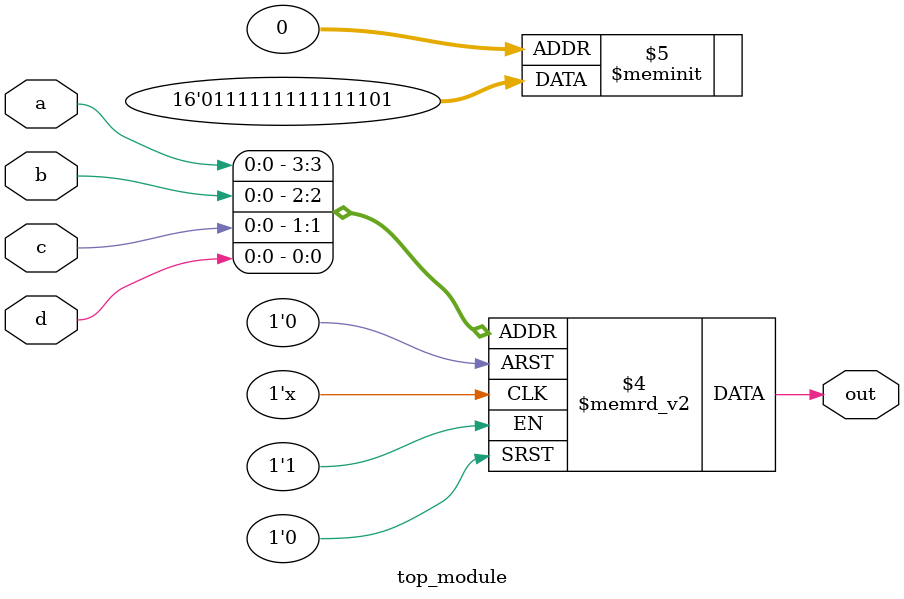
<source format=sv>
module top_module (
    input a, 
    input b,
    input c,
    input d,
    output reg out
);

always @(*)
begin
    case({a,b,c,d})
        4'b0000: out = 1'b1; 
        4'b0001: out = 1'b0; 
        4'b0010: out = 1'b1; 
        4'b0011: out = 1'b1; 
        4'b0100: out = 1'b1;
        4'b0101: out = 1'b1;
        4'b0110: out = 1'b1;
        4'b0111: out = 1'b1;
        4'b1000: out = 1'b1;
        4'b1001: out = 1'b1;
        4'b1010: out = 1'b1;
        4'b1011: out = 1'b1;
        4'b1100: out = 1'b1;
        4'b1101: out = 1'b1;
        4'b1110: out = 1'b1;
        default: out = 1'b0;
    endcase
end

endmodule

</source>
